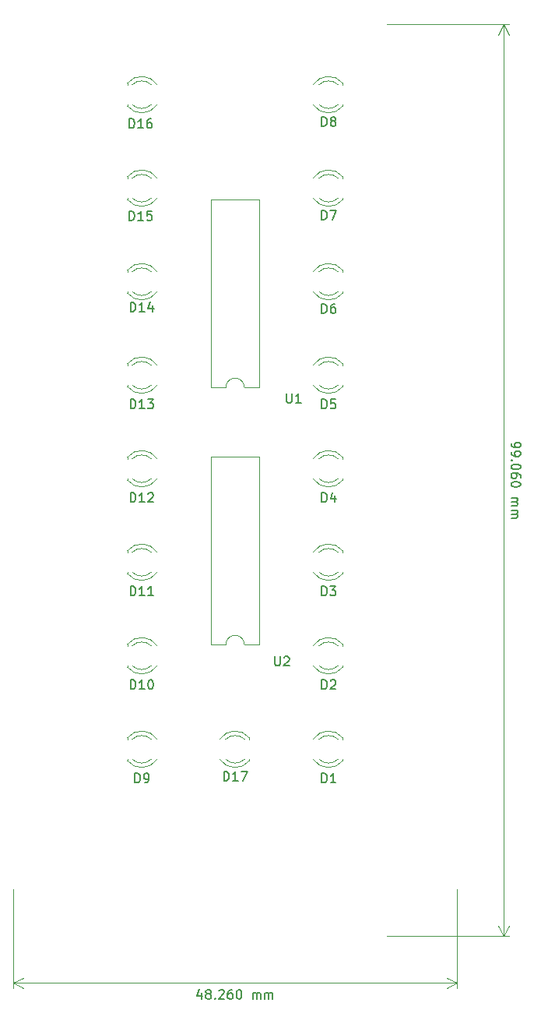
<source format=gto>
%TF.GenerationSoftware,KiCad,Pcbnew,5.1.5-5.1.5*%
%TF.CreationDate,2019-11-28T22:59:43+11:00*%
%TF.ProjectId,srdisplay,73726469-7370-46c6-9179-2e6b69636164,rev?*%
%TF.SameCoordinates,Original*%
%TF.FileFunction,Legend,Top*%
%TF.FilePolarity,Positive*%
%FSLAX46Y46*%
G04 Gerber Fmt 4.6, Leading zero omitted, Abs format (unit mm)*
G04 Created by KiCad (PCBNEW 5.1.5-5.1.5) date 2019-11-28 22:59:43*
%MOMM*%
%LPD*%
G04 APERTURE LIST*
%ADD10C,0.150000*%
%ADD11C,0.120000*%
G04 APERTURE END LIST*
D10*
X167783333Y-135675714D02*
X167783333Y-136342380D01*
X167545238Y-135294761D02*
X167307142Y-136009047D01*
X167926190Y-136009047D01*
X168450000Y-135770952D02*
X168354761Y-135723333D01*
X168307142Y-135675714D01*
X168259523Y-135580476D01*
X168259523Y-135532857D01*
X168307142Y-135437619D01*
X168354761Y-135390000D01*
X168450000Y-135342380D01*
X168640476Y-135342380D01*
X168735714Y-135390000D01*
X168783333Y-135437619D01*
X168830952Y-135532857D01*
X168830952Y-135580476D01*
X168783333Y-135675714D01*
X168735714Y-135723333D01*
X168640476Y-135770952D01*
X168450000Y-135770952D01*
X168354761Y-135818571D01*
X168307142Y-135866190D01*
X168259523Y-135961428D01*
X168259523Y-136151904D01*
X168307142Y-136247142D01*
X168354761Y-136294761D01*
X168450000Y-136342380D01*
X168640476Y-136342380D01*
X168735714Y-136294761D01*
X168783333Y-136247142D01*
X168830952Y-136151904D01*
X168830952Y-135961428D01*
X168783333Y-135866190D01*
X168735714Y-135818571D01*
X168640476Y-135770952D01*
X169259523Y-136247142D02*
X169307142Y-136294761D01*
X169259523Y-136342380D01*
X169211904Y-136294761D01*
X169259523Y-136247142D01*
X169259523Y-136342380D01*
X169688095Y-135437619D02*
X169735714Y-135390000D01*
X169830952Y-135342380D01*
X170069047Y-135342380D01*
X170164285Y-135390000D01*
X170211904Y-135437619D01*
X170259523Y-135532857D01*
X170259523Y-135628095D01*
X170211904Y-135770952D01*
X169640476Y-136342380D01*
X170259523Y-136342380D01*
X171116666Y-135342380D02*
X170926190Y-135342380D01*
X170830952Y-135390000D01*
X170783333Y-135437619D01*
X170688095Y-135580476D01*
X170640476Y-135770952D01*
X170640476Y-136151904D01*
X170688095Y-136247142D01*
X170735714Y-136294761D01*
X170830952Y-136342380D01*
X171021428Y-136342380D01*
X171116666Y-136294761D01*
X171164285Y-136247142D01*
X171211904Y-136151904D01*
X171211904Y-135913809D01*
X171164285Y-135818571D01*
X171116666Y-135770952D01*
X171021428Y-135723333D01*
X170830952Y-135723333D01*
X170735714Y-135770952D01*
X170688095Y-135818571D01*
X170640476Y-135913809D01*
X171830952Y-135342380D02*
X171926190Y-135342380D01*
X172021428Y-135390000D01*
X172069047Y-135437619D01*
X172116666Y-135532857D01*
X172164285Y-135723333D01*
X172164285Y-135961428D01*
X172116666Y-136151904D01*
X172069047Y-136247142D01*
X172021428Y-136294761D01*
X171926190Y-136342380D01*
X171830952Y-136342380D01*
X171735714Y-136294761D01*
X171688095Y-136247142D01*
X171640476Y-136151904D01*
X171592857Y-135961428D01*
X171592857Y-135723333D01*
X171640476Y-135532857D01*
X171688095Y-135437619D01*
X171735714Y-135390000D01*
X171830952Y-135342380D01*
X173354761Y-136342380D02*
X173354761Y-135675714D01*
X173354761Y-135770952D02*
X173402380Y-135723333D01*
X173497619Y-135675714D01*
X173640476Y-135675714D01*
X173735714Y-135723333D01*
X173783333Y-135818571D01*
X173783333Y-136342380D01*
X173783333Y-135818571D02*
X173830952Y-135723333D01*
X173926190Y-135675714D01*
X174069047Y-135675714D01*
X174164285Y-135723333D01*
X174211904Y-135818571D01*
X174211904Y-136342380D01*
X174688095Y-136342380D02*
X174688095Y-135675714D01*
X174688095Y-135770952D02*
X174735714Y-135723333D01*
X174830952Y-135675714D01*
X174973809Y-135675714D01*
X175069047Y-135723333D01*
X175116666Y-135818571D01*
X175116666Y-136342380D01*
X175116666Y-135818571D02*
X175164285Y-135723333D01*
X175259523Y-135675714D01*
X175402380Y-135675714D01*
X175497619Y-135723333D01*
X175545238Y-135818571D01*
X175545238Y-136342380D01*
D11*
X147320000Y-134620000D02*
X195580000Y-134620000D01*
X147320000Y-124460000D02*
X147320000Y-135206421D01*
X195580000Y-124460000D02*
X195580000Y-135206421D01*
X195580000Y-134620000D02*
X194453496Y-135206421D01*
X195580000Y-134620000D02*
X194453496Y-134033579D01*
X147320000Y-134620000D02*
X148446504Y-135206421D01*
X147320000Y-134620000D02*
X148446504Y-134033579D01*
D10*
X201477619Y-75962380D02*
X201477619Y-76152857D01*
X201525238Y-76248095D01*
X201572857Y-76295714D01*
X201715714Y-76390952D01*
X201906190Y-76438571D01*
X202287142Y-76438571D01*
X202382380Y-76390952D01*
X202430000Y-76343333D01*
X202477619Y-76248095D01*
X202477619Y-76057619D01*
X202430000Y-75962380D01*
X202382380Y-75914761D01*
X202287142Y-75867142D01*
X202049047Y-75867142D01*
X201953809Y-75914761D01*
X201906190Y-75962380D01*
X201858571Y-76057619D01*
X201858571Y-76248095D01*
X201906190Y-76343333D01*
X201953809Y-76390952D01*
X202049047Y-76438571D01*
X201477619Y-76914761D02*
X201477619Y-77105238D01*
X201525238Y-77200476D01*
X201572857Y-77248095D01*
X201715714Y-77343333D01*
X201906190Y-77390952D01*
X202287142Y-77390952D01*
X202382380Y-77343333D01*
X202430000Y-77295714D01*
X202477619Y-77200476D01*
X202477619Y-77010000D01*
X202430000Y-76914761D01*
X202382380Y-76867142D01*
X202287142Y-76819523D01*
X202049047Y-76819523D01*
X201953809Y-76867142D01*
X201906190Y-76914761D01*
X201858571Y-77010000D01*
X201858571Y-77200476D01*
X201906190Y-77295714D01*
X201953809Y-77343333D01*
X202049047Y-77390952D01*
X201572857Y-77819523D02*
X201525238Y-77867142D01*
X201477619Y-77819523D01*
X201525238Y-77771904D01*
X201572857Y-77819523D01*
X201477619Y-77819523D01*
X202477619Y-78486190D02*
X202477619Y-78581428D01*
X202430000Y-78676666D01*
X202382380Y-78724285D01*
X202287142Y-78771904D01*
X202096666Y-78819523D01*
X201858571Y-78819523D01*
X201668095Y-78771904D01*
X201572857Y-78724285D01*
X201525238Y-78676666D01*
X201477619Y-78581428D01*
X201477619Y-78486190D01*
X201525238Y-78390952D01*
X201572857Y-78343333D01*
X201668095Y-78295714D01*
X201858571Y-78248095D01*
X202096666Y-78248095D01*
X202287142Y-78295714D01*
X202382380Y-78343333D01*
X202430000Y-78390952D01*
X202477619Y-78486190D01*
X202477619Y-79676666D02*
X202477619Y-79486190D01*
X202430000Y-79390952D01*
X202382380Y-79343333D01*
X202239523Y-79248095D01*
X202049047Y-79200476D01*
X201668095Y-79200476D01*
X201572857Y-79248095D01*
X201525238Y-79295714D01*
X201477619Y-79390952D01*
X201477619Y-79581428D01*
X201525238Y-79676666D01*
X201572857Y-79724285D01*
X201668095Y-79771904D01*
X201906190Y-79771904D01*
X202001428Y-79724285D01*
X202049047Y-79676666D01*
X202096666Y-79581428D01*
X202096666Y-79390952D01*
X202049047Y-79295714D01*
X202001428Y-79248095D01*
X201906190Y-79200476D01*
X202477619Y-80390952D02*
X202477619Y-80486190D01*
X202430000Y-80581428D01*
X202382380Y-80629047D01*
X202287142Y-80676666D01*
X202096666Y-80724285D01*
X201858571Y-80724285D01*
X201668095Y-80676666D01*
X201572857Y-80629047D01*
X201525238Y-80581428D01*
X201477619Y-80486190D01*
X201477619Y-80390952D01*
X201525238Y-80295714D01*
X201572857Y-80248095D01*
X201668095Y-80200476D01*
X201858571Y-80152857D01*
X202096666Y-80152857D01*
X202287142Y-80200476D01*
X202382380Y-80248095D01*
X202430000Y-80295714D01*
X202477619Y-80390952D01*
X201477619Y-81914761D02*
X202144285Y-81914761D01*
X202049047Y-81914761D02*
X202096666Y-81962380D01*
X202144285Y-82057619D01*
X202144285Y-82200476D01*
X202096666Y-82295714D01*
X202001428Y-82343333D01*
X201477619Y-82343333D01*
X202001428Y-82343333D02*
X202096666Y-82390952D01*
X202144285Y-82486190D01*
X202144285Y-82629047D01*
X202096666Y-82724285D01*
X202001428Y-82771904D01*
X201477619Y-82771904D01*
X201477619Y-83248095D02*
X202144285Y-83248095D01*
X202049047Y-83248095D02*
X202096666Y-83295714D01*
X202144285Y-83390952D01*
X202144285Y-83533809D01*
X202096666Y-83629047D01*
X202001428Y-83676666D01*
X201477619Y-83676666D01*
X202001428Y-83676666D02*
X202096666Y-83724285D01*
X202144285Y-83819523D01*
X202144285Y-83962380D01*
X202096666Y-84057619D01*
X202001428Y-84105238D01*
X201477619Y-84105238D01*
D11*
X200660000Y-30480000D02*
X200660000Y-129540000D01*
X187960000Y-30480000D02*
X201246421Y-30480000D01*
X187960000Y-129540000D02*
X201246421Y-129540000D01*
X200660000Y-129540000D02*
X200073579Y-128413496D01*
X200660000Y-129540000D02*
X201246421Y-128413496D01*
X200660000Y-30480000D02*
X200073579Y-31606504D01*
X200660000Y-30480000D02*
X201246421Y-31606504D01*
X173010000Y-108140000D02*
X173010000Y-107984000D01*
X173010000Y-110456000D02*
X173010000Y-110300000D01*
X170408870Y-108140163D02*
G75*
G02X172490961Y-108140000I1041130J-1079837D01*
G01*
X170408870Y-110299837D02*
G75*
G03X172490961Y-110300000I1041130J1079837D01*
G01*
X169777665Y-108141392D02*
G75*
G02X173010000Y-107984484I1672335J-1078608D01*
G01*
X169777665Y-110298608D02*
G75*
G03X173010000Y-110455516I1672335J1078608D01*
G01*
X159730000Y-39180000D02*
X159730000Y-39336000D01*
X159730000Y-36864000D02*
X159730000Y-37020000D01*
X162331130Y-39179837D02*
G75*
G02X160249039Y-39180000I-1041130J1079837D01*
G01*
X162331130Y-37020163D02*
G75*
G03X160249039Y-37020000I-1041130J-1079837D01*
G01*
X162962335Y-39178608D02*
G75*
G02X159730000Y-39335516I-1672335J1078608D01*
G01*
X162962335Y-37021392D02*
G75*
G03X159730000Y-36864484I-1672335J-1078608D01*
G01*
X159730000Y-49340000D02*
X159730000Y-49496000D01*
X159730000Y-47024000D02*
X159730000Y-47180000D01*
X162331130Y-49339837D02*
G75*
G02X160249039Y-49340000I-1041130J1079837D01*
G01*
X162331130Y-47180163D02*
G75*
G03X160249039Y-47180000I-1041130J-1079837D01*
G01*
X162962335Y-49338608D02*
G75*
G02X159730000Y-49495516I-1672335J1078608D01*
G01*
X162962335Y-47181392D02*
G75*
G03X159730000Y-47024484I-1672335J-1078608D01*
G01*
X159730000Y-59500000D02*
X159730000Y-59656000D01*
X159730000Y-57184000D02*
X159730000Y-57340000D01*
X162331130Y-59499837D02*
G75*
G02X160249039Y-59500000I-1041130J1079837D01*
G01*
X162331130Y-57340163D02*
G75*
G03X160249039Y-57340000I-1041130J-1079837D01*
G01*
X162962335Y-59498608D02*
G75*
G02X159730000Y-59655516I-1672335J1078608D01*
G01*
X162962335Y-57341392D02*
G75*
G03X159730000Y-57184484I-1672335J-1078608D01*
G01*
X159730000Y-69660000D02*
X159730000Y-69816000D01*
X159730000Y-67344000D02*
X159730000Y-67500000D01*
X162331130Y-69659837D02*
G75*
G02X160249039Y-69660000I-1041130J1079837D01*
G01*
X162331130Y-67500163D02*
G75*
G03X160249039Y-67500000I-1041130J-1079837D01*
G01*
X162962335Y-69658608D02*
G75*
G02X159730000Y-69815516I-1672335J1078608D01*
G01*
X162962335Y-67501392D02*
G75*
G03X159730000Y-67344484I-1672335J-1078608D01*
G01*
X159730000Y-79820000D02*
X159730000Y-79976000D01*
X159730000Y-77504000D02*
X159730000Y-77660000D01*
X162331130Y-79819837D02*
G75*
G02X160249039Y-79820000I-1041130J1079837D01*
G01*
X162331130Y-77660163D02*
G75*
G03X160249039Y-77660000I-1041130J-1079837D01*
G01*
X162962335Y-79818608D02*
G75*
G02X159730000Y-79975516I-1672335J1078608D01*
G01*
X162962335Y-77661392D02*
G75*
G03X159730000Y-77504484I-1672335J-1078608D01*
G01*
X159730000Y-89980000D02*
X159730000Y-90136000D01*
X159730000Y-87664000D02*
X159730000Y-87820000D01*
X162331130Y-89979837D02*
G75*
G02X160249039Y-89980000I-1041130J1079837D01*
G01*
X162331130Y-87820163D02*
G75*
G03X160249039Y-87820000I-1041130J-1079837D01*
G01*
X162962335Y-89978608D02*
G75*
G02X159730000Y-90135516I-1672335J1078608D01*
G01*
X162962335Y-87821392D02*
G75*
G03X159730000Y-87664484I-1672335J-1078608D01*
G01*
X159730000Y-100140000D02*
X159730000Y-100296000D01*
X159730000Y-97824000D02*
X159730000Y-97980000D01*
X162331130Y-100139837D02*
G75*
G02X160249039Y-100140000I-1041130J1079837D01*
G01*
X162331130Y-97980163D02*
G75*
G03X160249039Y-97980000I-1041130J-1079837D01*
G01*
X162962335Y-100138608D02*
G75*
G02X159730000Y-100295516I-1672335J1078608D01*
G01*
X162962335Y-97981392D02*
G75*
G03X159730000Y-97824484I-1672335J-1078608D01*
G01*
X159730000Y-110300000D02*
X159730000Y-110456000D01*
X159730000Y-107984000D02*
X159730000Y-108140000D01*
X162331130Y-110299837D02*
G75*
G02X160249039Y-110300000I-1041130J1079837D01*
G01*
X162331130Y-108140163D02*
G75*
G03X160249039Y-108140000I-1041130J-1079837D01*
G01*
X162962335Y-110298608D02*
G75*
G02X159730000Y-110455516I-1672335J1078608D01*
G01*
X162962335Y-108141392D02*
G75*
G03X159730000Y-107984484I-1672335J-1078608D01*
G01*
X183170000Y-37020000D02*
X183170000Y-36864000D01*
X183170000Y-39336000D02*
X183170000Y-39180000D01*
X180568870Y-37020163D02*
G75*
G02X182650961Y-37020000I1041130J-1079837D01*
G01*
X180568870Y-39179837D02*
G75*
G03X182650961Y-39180000I1041130J1079837D01*
G01*
X179937665Y-37021392D02*
G75*
G02X183170000Y-36864484I1672335J-1078608D01*
G01*
X179937665Y-39178608D02*
G75*
G03X183170000Y-39335516I1672335J1078608D01*
G01*
X183170000Y-47180000D02*
X183170000Y-47024000D01*
X183170000Y-49496000D02*
X183170000Y-49340000D01*
X180568870Y-47180163D02*
G75*
G02X182650961Y-47180000I1041130J-1079837D01*
G01*
X180568870Y-49339837D02*
G75*
G03X182650961Y-49340000I1041130J1079837D01*
G01*
X179937665Y-47181392D02*
G75*
G02X183170000Y-47024484I1672335J-1078608D01*
G01*
X179937665Y-49338608D02*
G75*
G03X183170000Y-49495516I1672335J1078608D01*
G01*
X183170000Y-57340000D02*
X183170000Y-57184000D01*
X183170000Y-59656000D02*
X183170000Y-59500000D01*
X180568870Y-57340163D02*
G75*
G02X182650961Y-57340000I1041130J-1079837D01*
G01*
X180568870Y-59499837D02*
G75*
G03X182650961Y-59500000I1041130J1079837D01*
G01*
X179937665Y-57341392D02*
G75*
G02X183170000Y-57184484I1672335J-1078608D01*
G01*
X179937665Y-59498608D02*
G75*
G03X183170000Y-59655516I1672335J1078608D01*
G01*
X183170000Y-67500000D02*
X183170000Y-67344000D01*
X183170000Y-69816000D02*
X183170000Y-69660000D01*
X180568870Y-67500163D02*
G75*
G02X182650961Y-67500000I1041130J-1079837D01*
G01*
X180568870Y-69659837D02*
G75*
G03X182650961Y-69660000I1041130J1079837D01*
G01*
X179937665Y-67501392D02*
G75*
G02X183170000Y-67344484I1672335J-1078608D01*
G01*
X179937665Y-69658608D02*
G75*
G03X183170000Y-69815516I1672335J1078608D01*
G01*
X183170000Y-77660000D02*
X183170000Y-77504000D01*
X183170000Y-79976000D02*
X183170000Y-79820000D01*
X180568870Y-77660163D02*
G75*
G02X182650961Y-77660000I1041130J-1079837D01*
G01*
X180568870Y-79819837D02*
G75*
G03X182650961Y-79820000I1041130J1079837D01*
G01*
X179937665Y-77661392D02*
G75*
G02X183170000Y-77504484I1672335J-1078608D01*
G01*
X179937665Y-79818608D02*
G75*
G03X183170000Y-79975516I1672335J1078608D01*
G01*
X183170000Y-87820000D02*
X183170000Y-87664000D01*
X183170000Y-90136000D02*
X183170000Y-89980000D01*
X180568870Y-87820163D02*
G75*
G02X182650961Y-87820000I1041130J-1079837D01*
G01*
X180568870Y-89979837D02*
G75*
G03X182650961Y-89980000I1041130J1079837D01*
G01*
X179937665Y-87821392D02*
G75*
G02X183170000Y-87664484I1672335J-1078608D01*
G01*
X179937665Y-89978608D02*
G75*
G03X183170000Y-90135516I1672335J1078608D01*
G01*
X183170000Y-97980000D02*
X183170000Y-97824000D01*
X183170000Y-100296000D02*
X183170000Y-100140000D01*
X180568870Y-97980163D02*
G75*
G02X182650961Y-97980000I1041130J-1079837D01*
G01*
X180568870Y-100139837D02*
G75*
G03X182650961Y-100140000I1041130J1079837D01*
G01*
X179937665Y-97981392D02*
G75*
G02X183170000Y-97824484I1672335J-1078608D01*
G01*
X179937665Y-100138608D02*
G75*
G03X183170000Y-100295516I1672335J1078608D01*
G01*
X183170000Y-108140000D02*
X183170000Y-107984000D01*
X183170000Y-110456000D02*
X183170000Y-110300000D01*
X180568870Y-108140163D02*
G75*
G02X182650961Y-108140000I1041130J-1079837D01*
G01*
X180568870Y-110299837D02*
G75*
G03X182650961Y-110300000I1041130J1079837D01*
G01*
X179937665Y-108141392D02*
G75*
G02X183170000Y-107984484I1672335J-1078608D01*
G01*
X179937665Y-110298608D02*
G75*
G03X183170000Y-110455516I1672335J1078608D01*
G01*
X168800000Y-97850000D02*
X170450000Y-97850000D01*
X168800000Y-77410000D02*
X168800000Y-97850000D01*
X174100000Y-77410000D02*
X168800000Y-77410000D01*
X174100000Y-97850000D02*
X174100000Y-77410000D01*
X172450000Y-97850000D02*
X174100000Y-97850000D01*
X170450000Y-97850000D02*
G75*
G02X172450000Y-97850000I1000000J0D01*
G01*
X168800000Y-69910000D02*
X170450000Y-69910000D01*
X168800000Y-49470000D02*
X168800000Y-69910000D01*
X174100000Y-49470000D02*
X168800000Y-49470000D01*
X174100000Y-69910000D02*
X174100000Y-49470000D01*
X172450000Y-69910000D02*
X174100000Y-69910000D01*
X170450000Y-69910000D02*
G75*
G02X172450000Y-69910000I1000000J0D01*
G01*
D10*
X170235714Y-112632380D02*
X170235714Y-111632380D01*
X170473809Y-111632380D01*
X170616666Y-111680000D01*
X170711904Y-111775238D01*
X170759523Y-111870476D01*
X170807142Y-112060952D01*
X170807142Y-112203809D01*
X170759523Y-112394285D01*
X170711904Y-112489523D01*
X170616666Y-112584761D01*
X170473809Y-112632380D01*
X170235714Y-112632380D01*
X171759523Y-112632380D02*
X171188095Y-112632380D01*
X171473809Y-112632380D02*
X171473809Y-111632380D01*
X171378571Y-111775238D01*
X171283333Y-111870476D01*
X171188095Y-111918095D01*
X172092857Y-111632380D02*
X172759523Y-111632380D01*
X172330952Y-112632380D01*
X159948714Y-41727380D02*
X159948714Y-40727380D01*
X160186809Y-40727380D01*
X160329666Y-40775000D01*
X160424904Y-40870238D01*
X160472523Y-40965476D01*
X160520142Y-41155952D01*
X160520142Y-41298809D01*
X160472523Y-41489285D01*
X160424904Y-41584523D01*
X160329666Y-41679761D01*
X160186809Y-41727380D01*
X159948714Y-41727380D01*
X161472523Y-41727380D02*
X160901095Y-41727380D01*
X161186809Y-41727380D02*
X161186809Y-40727380D01*
X161091571Y-40870238D01*
X160996333Y-40965476D01*
X160901095Y-41013095D01*
X162329666Y-40727380D02*
X162139190Y-40727380D01*
X162043952Y-40775000D01*
X161996333Y-40822619D01*
X161901095Y-40965476D01*
X161853476Y-41155952D01*
X161853476Y-41536904D01*
X161901095Y-41632142D01*
X161948714Y-41679761D01*
X162043952Y-41727380D01*
X162234428Y-41727380D01*
X162329666Y-41679761D01*
X162377285Y-41632142D01*
X162424904Y-41536904D01*
X162424904Y-41298809D01*
X162377285Y-41203571D01*
X162329666Y-41155952D01*
X162234428Y-41108333D01*
X162043952Y-41108333D01*
X161948714Y-41155952D01*
X161901095Y-41203571D01*
X161853476Y-41298809D01*
X159948714Y-51760380D02*
X159948714Y-50760380D01*
X160186809Y-50760380D01*
X160329666Y-50808000D01*
X160424904Y-50903238D01*
X160472523Y-50998476D01*
X160520142Y-51188952D01*
X160520142Y-51331809D01*
X160472523Y-51522285D01*
X160424904Y-51617523D01*
X160329666Y-51712761D01*
X160186809Y-51760380D01*
X159948714Y-51760380D01*
X161472523Y-51760380D02*
X160901095Y-51760380D01*
X161186809Y-51760380D02*
X161186809Y-50760380D01*
X161091571Y-50903238D01*
X160996333Y-50998476D01*
X160901095Y-51046095D01*
X162377285Y-50760380D02*
X161901095Y-50760380D01*
X161853476Y-51236571D01*
X161901095Y-51188952D01*
X161996333Y-51141333D01*
X162234428Y-51141333D01*
X162329666Y-51188952D01*
X162377285Y-51236571D01*
X162424904Y-51331809D01*
X162424904Y-51569904D01*
X162377285Y-51665142D01*
X162329666Y-51712761D01*
X162234428Y-51760380D01*
X161996333Y-51760380D01*
X161901095Y-51712761D01*
X161853476Y-51665142D01*
X160075714Y-61666380D02*
X160075714Y-60666380D01*
X160313809Y-60666380D01*
X160456666Y-60714000D01*
X160551904Y-60809238D01*
X160599523Y-60904476D01*
X160647142Y-61094952D01*
X160647142Y-61237809D01*
X160599523Y-61428285D01*
X160551904Y-61523523D01*
X160456666Y-61618761D01*
X160313809Y-61666380D01*
X160075714Y-61666380D01*
X161599523Y-61666380D02*
X161028095Y-61666380D01*
X161313809Y-61666380D02*
X161313809Y-60666380D01*
X161218571Y-60809238D01*
X161123333Y-60904476D01*
X161028095Y-60952095D01*
X162456666Y-60999714D02*
X162456666Y-61666380D01*
X162218571Y-60618761D02*
X161980476Y-61333047D01*
X162599523Y-61333047D01*
X160075714Y-72207380D02*
X160075714Y-71207380D01*
X160313809Y-71207380D01*
X160456666Y-71255000D01*
X160551904Y-71350238D01*
X160599523Y-71445476D01*
X160647142Y-71635952D01*
X160647142Y-71778809D01*
X160599523Y-71969285D01*
X160551904Y-72064523D01*
X160456666Y-72159761D01*
X160313809Y-72207380D01*
X160075714Y-72207380D01*
X161599523Y-72207380D02*
X161028095Y-72207380D01*
X161313809Y-72207380D02*
X161313809Y-71207380D01*
X161218571Y-71350238D01*
X161123333Y-71445476D01*
X161028095Y-71493095D01*
X161932857Y-71207380D02*
X162551904Y-71207380D01*
X162218571Y-71588333D01*
X162361428Y-71588333D01*
X162456666Y-71635952D01*
X162504285Y-71683571D01*
X162551904Y-71778809D01*
X162551904Y-72016904D01*
X162504285Y-72112142D01*
X162456666Y-72159761D01*
X162361428Y-72207380D01*
X162075714Y-72207380D01*
X161980476Y-72159761D01*
X161932857Y-72112142D01*
X160075714Y-82367380D02*
X160075714Y-81367380D01*
X160313809Y-81367380D01*
X160456666Y-81415000D01*
X160551904Y-81510238D01*
X160599523Y-81605476D01*
X160647142Y-81795952D01*
X160647142Y-81938809D01*
X160599523Y-82129285D01*
X160551904Y-82224523D01*
X160456666Y-82319761D01*
X160313809Y-82367380D01*
X160075714Y-82367380D01*
X161599523Y-82367380D02*
X161028095Y-82367380D01*
X161313809Y-82367380D02*
X161313809Y-81367380D01*
X161218571Y-81510238D01*
X161123333Y-81605476D01*
X161028095Y-81653095D01*
X161980476Y-81462619D02*
X162028095Y-81415000D01*
X162123333Y-81367380D01*
X162361428Y-81367380D01*
X162456666Y-81415000D01*
X162504285Y-81462619D01*
X162551904Y-81557857D01*
X162551904Y-81653095D01*
X162504285Y-81795952D01*
X161932857Y-82367380D01*
X162551904Y-82367380D01*
X160075714Y-92527380D02*
X160075714Y-91527380D01*
X160313809Y-91527380D01*
X160456666Y-91575000D01*
X160551904Y-91670238D01*
X160599523Y-91765476D01*
X160647142Y-91955952D01*
X160647142Y-92098809D01*
X160599523Y-92289285D01*
X160551904Y-92384523D01*
X160456666Y-92479761D01*
X160313809Y-92527380D01*
X160075714Y-92527380D01*
X161599523Y-92527380D02*
X161028095Y-92527380D01*
X161313809Y-92527380D02*
X161313809Y-91527380D01*
X161218571Y-91670238D01*
X161123333Y-91765476D01*
X161028095Y-91813095D01*
X162551904Y-92527380D02*
X161980476Y-92527380D01*
X162266190Y-92527380D02*
X162266190Y-91527380D01*
X162170952Y-91670238D01*
X162075714Y-91765476D01*
X161980476Y-91813095D01*
X160075714Y-102687380D02*
X160075714Y-101687380D01*
X160313809Y-101687380D01*
X160456666Y-101735000D01*
X160551904Y-101830238D01*
X160599523Y-101925476D01*
X160647142Y-102115952D01*
X160647142Y-102258809D01*
X160599523Y-102449285D01*
X160551904Y-102544523D01*
X160456666Y-102639761D01*
X160313809Y-102687380D01*
X160075714Y-102687380D01*
X161599523Y-102687380D02*
X161028095Y-102687380D01*
X161313809Y-102687380D02*
X161313809Y-101687380D01*
X161218571Y-101830238D01*
X161123333Y-101925476D01*
X161028095Y-101973095D01*
X162218571Y-101687380D02*
X162313809Y-101687380D01*
X162409047Y-101735000D01*
X162456666Y-101782619D01*
X162504285Y-101877857D01*
X162551904Y-102068333D01*
X162551904Y-102306428D01*
X162504285Y-102496904D01*
X162456666Y-102592142D01*
X162409047Y-102639761D01*
X162313809Y-102687380D01*
X162218571Y-102687380D01*
X162123333Y-102639761D01*
X162075714Y-102592142D01*
X162028095Y-102496904D01*
X161980476Y-102306428D01*
X161980476Y-102068333D01*
X162028095Y-101877857D01*
X162075714Y-101782619D01*
X162123333Y-101735000D01*
X162218571Y-101687380D01*
X160551904Y-112847380D02*
X160551904Y-111847380D01*
X160790000Y-111847380D01*
X160932857Y-111895000D01*
X161028095Y-111990238D01*
X161075714Y-112085476D01*
X161123333Y-112275952D01*
X161123333Y-112418809D01*
X161075714Y-112609285D01*
X161028095Y-112704523D01*
X160932857Y-112799761D01*
X160790000Y-112847380D01*
X160551904Y-112847380D01*
X161599523Y-112847380D02*
X161790000Y-112847380D01*
X161885238Y-112799761D01*
X161932857Y-112752142D01*
X162028095Y-112609285D01*
X162075714Y-112418809D01*
X162075714Y-112037857D01*
X162028095Y-111942619D01*
X161980476Y-111895000D01*
X161885238Y-111847380D01*
X161694761Y-111847380D01*
X161599523Y-111895000D01*
X161551904Y-111942619D01*
X161504285Y-112037857D01*
X161504285Y-112275952D01*
X161551904Y-112371190D01*
X161599523Y-112418809D01*
X161694761Y-112466428D01*
X161885238Y-112466428D01*
X161980476Y-112418809D01*
X162028095Y-112371190D01*
X162075714Y-112275952D01*
X180871904Y-41512380D02*
X180871904Y-40512380D01*
X181110000Y-40512380D01*
X181252857Y-40560000D01*
X181348095Y-40655238D01*
X181395714Y-40750476D01*
X181443333Y-40940952D01*
X181443333Y-41083809D01*
X181395714Y-41274285D01*
X181348095Y-41369523D01*
X181252857Y-41464761D01*
X181110000Y-41512380D01*
X180871904Y-41512380D01*
X182014761Y-40940952D02*
X181919523Y-40893333D01*
X181871904Y-40845714D01*
X181824285Y-40750476D01*
X181824285Y-40702857D01*
X181871904Y-40607619D01*
X181919523Y-40560000D01*
X182014761Y-40512380D01*
X182205238Y-40512380D01*
X182300476Y-40560000D01*
X182348095Y-40607619D01*
X182395714Y-40702857D01*
X182395714Y-40750476D01*
X182348095Y-40845714D01*
X182300476Y-40893333D01*
X182205238Y-40940952D01*
X182014761Y-40940952D01*
X181919523Y-40988571D01*
X181871904Y-41036190D01*
X181824285Y-41131428D01*
X181824285Y-41321904D01*
X181871904Y-41417142D01*
X181919523Y-41464761D01*
X182014761Y-41512380D01*
X182205238Y-41512380D01*
X182300476Y-41464761D01*
X182348095Y-41417142D01*
X182395714Y-41321904D01*
X182395714Y-41131428D01*
X182348095Y-41036190D01*
X182300476Y-40988571D01*
X182205238Y-40940952D01*
X180871904Y-51672380D02*
X180871904Y-50672380D01*
X181110000Y-50672380D01*
X181252857Y-50720000D01*
X181348095Y-50815238D01*
X181395714Y-50910476D01*
X181443333Y-51100952D01*
X181443333Y-51243809D01*
X181395714Y-51434285D01*
X181348095Y-51529523D01*
X181252857Y-51624761D01*
X181110000Y-51672380D01*
X180871904Y-51672380D01*
X181776666Y-50672380D02*
X182443333Y-50672380D01*
X182014761Y-51672380D01*
X180871904Y-61832380D02*
X180871904Y-60832380D01*
X181110000Y-60832380D01*
X181252857Y-60880000D01*
X181348095Y-60975238D01*
X181395714Y-61070476D01*
X181443333Y-61260952D01*
X181443333Y-61403809D01*
X181395714Y-61594285D01*
X181348095Y-61689523D01*
X181252857Y-61784761D01*
X181110000Y-61832380D01*
X180871904Y-61832380D01*
X182300476Y-60832380D02*
X182110000Y-60832380D01*
X182014761Y-60880000D01*
X181967142Y-60927619D01*
X181871904Y-61070476D01*
X181824285Y-61260952D01*
X181824285Y-61641904D01*
X181871904Y-61737142D01*
X181919523Y-61784761D01*
X182014761Y-61832380D01*
X182205238Y-61832380D01*
X182300476Y-61784761D01*
X182348095Y-61737142D01*
X182395714Y-61641904D01*
X182395714Y-61403809D01*
X182348095Y-61308571D01*
X182300476Y-61260952D01*
X182205238Y-61213333D01*
X182014761Y-61213333D01*
X181919523Y-61260952D01*
X181871904Y-61308571D01*
X181824285Y-61403809D01*
X180871904Y-72207380D02*
X180871904Y-71207380D01*
X181110000Y-71207380D01*
X181252857Y-71255000D01*
X181348095Y-71350238D01*
X181395714Y-71445476D01*
X181443333Y-71635952D01*
X181443333Y-71778809D01*
X181395714Y-71969285D01*
X181348095Y-72064523D01*
X181252857Y-72159761D01*
X181110000Y-72207380D01*
X180871904Y-72207380D01*
X182348095Y-71207380D02*
X181871904Y-71207380D01*
X181824285Y-71683571D01*
X181871904Y-71635952D01*
X181967142Y-71588333D01*
X182205238Y-71588333D01*
X182300476Y-71635952D01*
X182348095Y-71683571D01*
X182395714Y-71778809D01*
X182395714Y-72016904D01*
X182348095Y-72112142D01*
X182300476Y-72159761D01*
X182205238Y-72207380D01*
X181967142Y-72207380D01*
X181871904Y-72159761D01*
X181824285Y-72112142D01*
X180871904Y-82367380D02*
X180871904Y-81367380D01*
X181110000Y-81367380D01*
X181252857Y-81415000D01*
X181348095Y-81510238D01*
X181395714Y-81605476D01*
X181443333Y-81795952D01*
X181443333Y-81938809D01*
X181395714Y-82129285D01*
X181348095Y-82224523D01*
X181252857Y-82319761D01*
X181110000Y-82367380D01*
X180871904Y-82367380D01*
X182300476Y-81700714D02*
X182300476Y-82367380D01*
X182062380Y-81319761D02*
X181824285Y-82034047D01*
X182443333Y-82034047D01*
X180871904Y-92527380D02*
X180871904Y-91527380D01*
X181110000Y-91527380D01*
X181252857Y-91575000D01*
X181348095Y-91670238D01*
X181395714Y-91765476D01*
X181443333Y-91955952D01*
X181443333Y-92098809D01*
X181395714Y-92289285D01*
X181348095Y-92384523D01*
X181252857Y-92479761D01*
X181110000Y-92527380D01*
X180871904Y-92527380D01*
X181776666Y-91527380D02*
X182395714Y-91527380D01*
X182062380Y-91908333D01*
X182205238Y-91908333D01*
X182300476Y-91955952D01*
X182348095Y-92003571D01*
X182395714Y-92098809D01*
X182395714Y-92336904D01*
X182348095Y-92432142D01*
X182300476Y-92479761D01*
X182205238Y-92527380D01*
X181919523Y-92527380D01*
X181824285Y-92479761D01*
X181776666Y-92432142D01*
X180871904Y-102687380D02*
X180871904Y-101687380D01*
X181110000Y-101687380D01*
X181252857Y-101735000D01*
X181348095Y-101830238D01*
X181395714Y-101925476D01*
X181443333Y-102115952D01*
X181443333Y-102258809D01*
X181395714Y-102449285D01*
X181348095Y-102544523D01*
X181252857Y-102639761D01*
X181110000Y-102687380D01*
X180871904Y-102687380D01*
X181824285Y-101782619D02*
X181871904Y-101735000D01*
X181967142Y-101687380D01*
X182205238Y-101687380D01*
X182300476Y-101735000D01*
X182348095Y-101782619D01*
X182395714Y-101877857D01*
X182395714Y-101973095D01*
X182348095Y-102115952D01*
X181776666Y-102687380D01*
X182395714Y-102687380D01*
X180871904Y-112847380D02*
X180871904Y-111847380D01*
X181110000Y-111847380D01*
X181252857Y-111895000D01*
X181348095Y-111990238D01*
X181395714Y-112085476D01*
X181443333Y-112275952D01*
X181443333Y-112418809D01*
X181395714Y-112609285D01*
X181348095Y-112704523D01*
X181252857Y-112799761D01*
X181110000Y-112847380D01*
X180871904Y-112847380D01*
X182395714Y-112847380D02*
X181824285Y-112847380D01*
X182110000Y-112847380D02*
X182110000Y-111847380D01*
X182014761Y-111990238D01*
X181919523Y-112085476D01*
X181824285Y-112133095D01*
X175768095Y-99147380D02*
X175768095Y-99956904D01*
X175815714Y-100052142D01*
X175863333Y-100099761D01*
X175958571Y-100147380D01*
X176149047Y-100147380D01*
X176244285Y-100099761D01*
X176291904Y-100052142D01*
X176339523Y-99956904D01*
X176339523Y-99147380D01*
X176768095Y-99242619D02*
X176815714Y-99195000D01*
X176910952Y-99147380D01*
X177149047Y-99147380D01*
X177244285Y-99195000D01*
X177291904Y-99242619D01*
X177339523Y-99337857D01*
X177339523Y-99433095D01*
X177291904Y-99575952D01*
X176720476Y-100147380D01*
X177339523Y-100147380D01*
X177038095Y-70572380D02*
X177038095Y-71381904D01*
X177085714Y-71477142D01*
X177133333Y-71524761D01*
X177228571Y-71572380D01*
X177419047Y-71572380D01*
X177514285Y-71524761D01*
X177561904Y-71477142D01*
X177609523Y-71381904D01*
X177609523Y-70572380D01*
X178609523Y-71572380D02*
X178038095Y-71572380D01*
X178323809Y-71572380D02*
X178323809Y-70572380D01*
X178228571Y-70715238D01*
X178133333Y-70810476D01*
X178038095Y-70858095D01*
M02*

</source>
